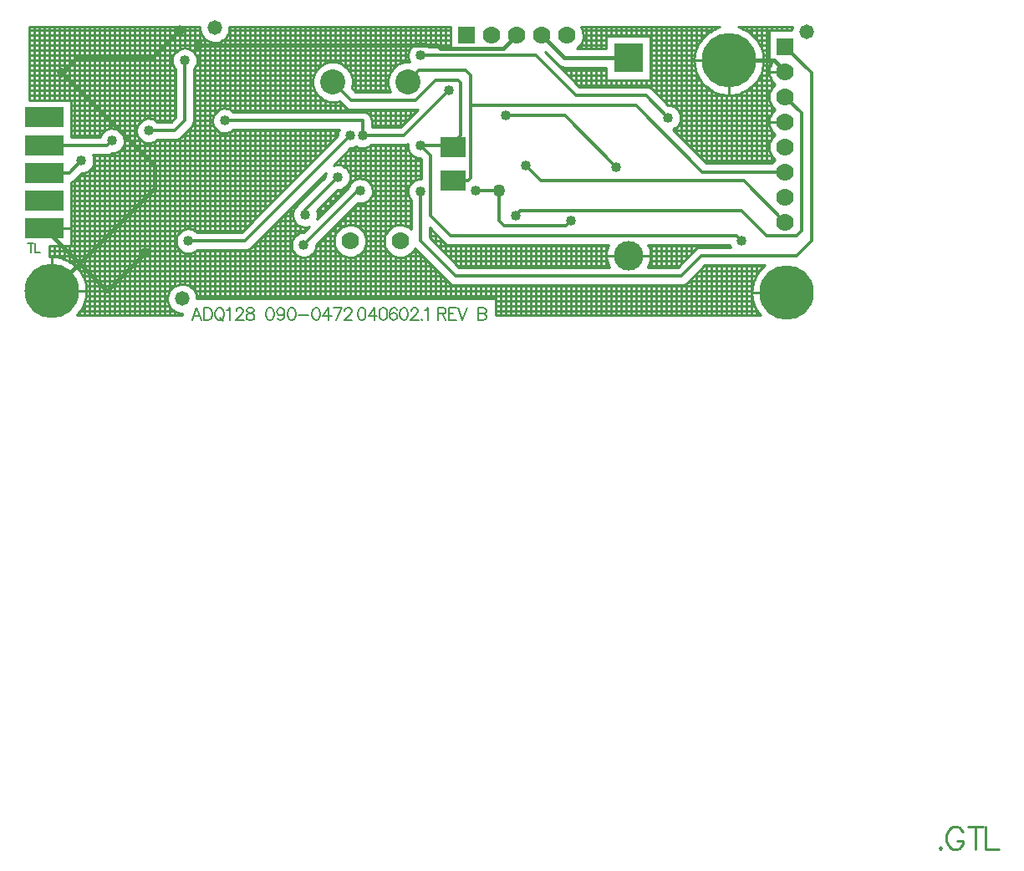
<source format=gtl>
%FSLAX23Y23*%
%MOIN*%
G70*
G01*
G75*
%ADD10C,0.010*%
%ADD11C,0.050*%
%ADD12R,0.157X0.079*%
%ADD13R,0.100X0.080*%
%ADD14C,0.012*%
%ADD15C,0.015*%
%ADD16C,0.008*%
%ADD17C,0.006*%
%ADD18C,0.009*%
%ADD19C,0.070*%
%ADD20R,0.070X0.070*%
%ADD21C,0.217*%
%ADD22C,0.217*%
%ADD23C,0.058*%
%ADD24C,0.100*%
%ADD25C,0.118*%
%ADD26R,0.118X0.118*%
%ADD27C,0.040*%
D10*
X10852Y8785D02*
X10850Y8772D01*
X10769Y8642D02*
X10764Y8633D01*
X10760Y8623D01*
X10759Y8612D01*
X10759Y8602D01*
X10760Y8592D01*
X10764Y8582D01*
X10768Y8572D01*
X10774Y8564D01*
X10782Y8557D01*
X10737Y8652D02*
X10736Y8662D01*
X10735Y8672D01*
X10734Y8681D01*
X10731Y8691D01*
X10728Y8700D01*
X10724Y8710D01*
X10720Y8718D01*
X10715Y8727D01*
X10709Y8735D01*
X10703Y8743D01*
X10696Y8750D01*
X10688Y8757D01*
X10681Y8763D01*
X10672Y8769D01*
X10664Y8774D01*
X10655Y8778D01*
X10646Y8782D01*
X10636Y8785D01*
X10561D02*
X10551Y8782D01*
X10542Y8778D01*
X10533Y8773D01*
X10524Y8768D01*
X10516Y8763D01*
X10508Y8756D01*
X10501Y8750D01*
X10494Y8742D01*
X10488Y8734D01*
X10482Y8726D01*
X10477Y8717D01*
X10472Y8708D01*
X10469Y8699D01*
X10465Y8689D01*
X10463Y8680D01*
X10461Y8670D01*
X10460Y8660D01*
X10460Y8650D01*
X10461Y8640D01*
X10462Y8630D01*
X10464Y8620D01*
X10467Y8610D01*
X10470Y8601D01*
X10474Y8592D01*
X10479Y8583D01*
X10484Y8574D01*
X10490Y8566D01*
X10497Y8558D01*
X10504Y8551D01*
X10511Y8545D01*
X10519Y8539D01*
X10528Y8533D01*
X10536Y8528D01*
X10546Y8524D01*
X10555Y8521D01*
X10565Y8518D01*
X10575Y8516D01*
X10584Y8514D01*
X10595Y8514D01*
X10605Y8514D01*
X10615Y8514D01*
X10625Y8516D01*
X10634Y8518D01*
X10644Y8521D01*
X10653Y8525D01*
X10662Y8529D01*
X10671Y8534D01*
X10679Y8540D01*
X10687Y8546D01*
X10695Y8553D01*
X10702Y8560D01*
X10708Y8568D01*
X10714Y8576D01*
X10719Y8584D01*
X10724Y8593D01*
X10728Y8603D01*
X10731Y8612D01*
X10733Y8622D01*
X10735Y8632D01*
X10736Y8642D01*
X10737Y8652D01*
X10782Y8557D02*
X10775Y8550D01*
X10768Y8541D01*
X10764Y8532D01*
X10760Y8522D01*
X10759Y8512D01*
Y8502D01*
X10760Y8491D01*
X10764Y8482D01*
X10768Y8472D01*
X10775Y8464D01*
X10782Y8457D01*
X10775Y8450D01*
X10768Y8441D01*
X10764Y8432D01*
X10760Y8422D01*
X10759Y8412D01*
Y8402D01*
X10760Y8391D01*
X10764Y8382D01*
X10768Y8372D01*
X10775Y8364D01*
X10782Y8357D01*
Y8257D02*
X10775Y8250D01*
X10769Y8243D01*
X10782Y8357D02*
X10775Y8350D01*
X10768Y8341D01*
X10764Y8332D01*
X10760Y8322D01*
X10759Y8312D01*
Y8302D01*
X10760Y8291D01*
X10764Y8282D01*
X10768Y8272D01*
X10775Y8264D01*
X10782Y8257D01*
X10294Y8537D02*
X10287Y8543D01*
X10278Y8547D01*
X10268Y8548D01*
X10406Y8424D02*
X10406Y8433D01*
X10403Y8443D01*
X10398Y8451D01*
X10392Y8459D01*
X10385Y8465D01*
X10376Y8470D01*
X10367Y8473D01*
X10357Y8474D01*
X10294Y8537D02*
X10286Y8543D01*
X10278Y8547D01*
X10268Y8548D01*
X10374Y8377D02*
X10383Y8382D01*
X10391Y8388D01*
X10398Y8395D01*
X10402Y8404D01*
X10405Y8414D01*
X10406Y8424D01*
X10018Y8752D02*
X10017Y8763D01*
X10014Y8774D01*
X10009Y8785D01*
X9992Y8699D02*
X10000Y8706D01*
X10006Y8714D01*
X10011Y8722D01*
X10015Y8732D01*
X10018Y8742D01*
X10018Y8752D01*
X9917Y8635D02*
X9925Y8629D01*
X9934Y8626D01*
X9943Y8624D01*
X9917Y8635D02*
X9925Y8629D01*
X9934Y8626D01*
X9943Y8624D01*
X9703Y8710D02*
X9706Y8708D01*
X9701D02*
X9703Y8710D01*
X9403Y8708D02*
X9395Y8714D01*
X9386Y8719D01*
X9376Y8721D01*
X9366Y8722D01*
X9356Y8720D01*
X9346Y8717D01*
X9338Y8711D01*
X9330Y8704D01*
X9324Y8696D01*
X9321Y8686D01*
X9319Y8676D01*
X9319Y8666D01*
X9321Y8656D01*
X9325Y8647D01*
X9315Y8647D01*
X9305Y8646D01*
X9295Y8643D01*
X9286Y8640D01*
X9277Y8635D01*
X9268Y8629D01*
X9261Y8622D01*
X9254Y8614D01*
X9249Y8606D01*
X9244Y8597D01*
X9241Y8587D01*
X9239Y8577D01*
X9238Y8567D01*
X9239Y8557D01*
X9241Y8547D01*
X9244Y8537D01*
X9249Y8528D01*
X9348Y8456D02*
X9358Y8457D01*
X9348Y8456D02*
X9358Y8457D01*
X9174Y8412D02*
X9173Y8421D01*
X9170Y8430D01*
X9164Y8437D01*
X9156Y8443D01*
X9148Y8447D01*
X9138Y8448D01*
X9174Y8412D02*
X9173Y8421D01*
X9170Y8430D01*
X9164Y8437D01*
X9156Y8443D01*
X9148Y8447D01*
X9138Y8448D01*
X9303Y8316D02*
X9311Y8317D01*
X9319Y8319D01*
X9319Y8310D01*
X9320Y8301D01*
X9323Y8292D01*
X9327Y8283D01*
X9333Y8276D01*
X9341Y8270D01*
X9349Y8266D01*
X9358Y8263D01*
X9368Y8262D01*
X9303Y8316D02*
X9311Y8317D01*
X9319Y8319D01*
X10601Y7916D02*
X10605Y7908D01*
X10488D02*
X10479Y7907D01*
X10470Y7903D01*
X10463Y7897D01*
X10488Y7908D02*
X10479Y7907D01*
X10470Y7903D01*
X10463Y7897D01*
X10743Y7836D02*
X10736Y7829D01*
X10728Y7822D01*
X10722Y7815D01*
X10715Y7806D01*
X10710Y7798D01*
X10705Y7789D01*
X10701Y7780D01*
X10697Y7770D01*
X10694Y7761D01*
X10692Y7751D01*
X10691Y7741D01*
X10690Y7730D01*
X10690Y7720D01*
X10691Y7710D01*
X10693Y7700D01*
X10695Y7690D01*
X10698Y7681D01*
X10702Y7671D01*
X10706Y7662D01*
X10711Y7653D01*
X10717Y7645D01*
X10724Y7637D01*
X10287Y7874D02*
X10287Y7885D01*
X10285Y7896D01*
X10282Y7906D01*
X10277Y7916D01*
X10120D02*
X10115Y7906D01*
X10112Y7897D01*
X10110Y7887D01*
X10110Y7877D01*
X10110Y7866D01*
X10111Y7856D01*
X10114Y7846D01*
X10118Y7837D01*
X10123Y7828D01*
X10274D02*
X10279Y7836D01*
X10283Y7846D01*
X10285Y7855D01*
X10287Y7865D01*
X10287Y7874D01*
X10408Y7756D02*
X10418Y7757D01*
X10427Y7761D01*
X10434Y7766D01*
X10408Y7756D02*
X10418Y7757D01*
X10426Y7761D01*
X10434Y7766D01*
X9463Y7926D02*
X9470Y7921D01*
X9479Y7917D01*
X9488Y7916D01*
X9463Y7926D02*
X9470Y7921D01*
X9479Y7917D01*
X9488Y7916D01*
X9372Y8180D02*
X9362Y8179D01*
X9353Y8177D01*
X9343Y8173D01*
X9335Y8167D01*
X9328Y8160D01*
X9323Y8151D01*
X9320Y8142D01*
X9319Y8132D01*
X9319Y8122D01*
X9322Y8112D01*
X9326Y8103D01*
X9332Y8095D01*
Y7980D02*
X9325Y7986D01*
X9316Y7991D01*
X9306Y7994D01*
X9296Y7996D01*
X9286Y7997D01*
X9276Y7996D01*
X9266Y7993D01*
X9257Y7989D01*
X9249Y7983D01*
X9241Y7976D01*
X9235Y7968D01*
X9230Y7960D01*
X9226Y7950D01*
X9224Y7940D01*
X9224Y7930D01*
X9225Y7920D01*
X9227Y7910D01*
X9231Y7901D01*
X9237Y7892D01*
X9243Y7885D01*
X9251Y7878D01*
X9260Y7873D01*
X9269Y7870D01*
X9279Y7867D01*
X9289Y7867D01*
X9300Y7868D01*
X9309Y7870D01*
X9319Y7874D01*
X9327Y7880D01*
X9335Y7886D01*
X9341Y7894D01*
X9347Y7903D01*
X9483Y7766D02*
X9490Y7761D01*
X9499Y7757D01*
X9508Y7756D01*
X9483Y7766D02*
X9490Y7761D01*
X9499Y7757D01*
X9508Y7756D01*
X9094Y8542D02*
X9097Y8550D01*
X9098Y8558D01*
X9098Y8567D01*
X9098Y8577D01*
X9096Y8587D01*
X9093Y8596D01*
X9089Y8605D01*
X9083Y8614D01*
X9077Y8622D01*
X9069Y8628D01*
X9061Y8634D01*
X9052Y8639D01*
X9043Y8643D01*
X9033Y8645D01*
X9023Y8647D01*
X9013Y8647D01*
X9003Y8645D01*
X8994Y8643D01*
X8984Y8639D01*
X8976Y8634D01*
X8967Y8628D01*
X8960Y8621D01*
X8954Y8614D01*
X8948Y8605D01*
X8944Y8596D01*
X8941Y8587D01*
X8939Y8577D01*
X8938Y8567D01*
X8939Y8557D01*
X8941Y8547D01*
X8944Y8537D01*
X8949Y8528D01*
X8954Y8520D01*
X8960Y8512D01*
X8968Y8505D01*
X8976Y8499D01*
X8985Y8494D01*
X8994Y8491D01*
X9004Y8488D01*
X9014Y8487D01*
X9024Y8487D01*
X9034Y8488D01*
X9044Y8491D01*
X9113Y8309D02*
X9123Y8304D01*
X9134Y8302D01*
X9145Y8302D01*
X9155Y8305D01*
X9165Y8309D01*
X9173Y8316D01*
X9089Y8302D02*
X9098Y8303D01*
X9106Y8305D01*
X9113Y8309D01*
X9068Y8466D02*
X9075Y8461D01*
X9084Y8457D01*
X9093Y8456D01*
X9068Y8466D02*
X9075Y8461D01*
X9084Y8457D01*
X9093Y8456D01*
X9045Y8376D02*
X9040Y8365D01*
X9039Y8353D01*
X9088Y8187D02*
X9088Y8196D01*
X9085Y8206D01*
X9080Y8214D01*
X9074Y8222D01*
X9067Y8228D01*
X9059Y8232D01*
X9050Y8236D01*
X9040Y8237D01*
X9031Y8236D01*
X9021Y8234D01*
X8992Y8204D02*
X8989Y8196D01*
X8989Y8188D01*
X8607Y8782D02*
X8607Y8785D01*
X8490D02*
X8490Y8775D01*
X8492Y8765D01*
X8495Y8756D01*
X8501Y8747D01*
X8507Y8740D01*
X8515Y8734D01*
X8523Y8729D01*
X8532Y8725D01*
X8542Y8723D01*
X8552Y8723D01*
X8562Y8724D01*
X8571Y8727D01*
X8580Y8732D01*
X8588Y8738D01*
X8595Y8745D01*
X8600Y8753D01*
X8604Y8762D01*
X8607Y8772D01*
X8607Y8782D01*
X8464Y8617D02*
X8470Y8625D01*
X8475Y8633D01*
X8478Y8642D01*
X8478Y8652D01*
X8478Y8662D01*
X8475Y8671D01*
X8470Y8679D01*
X8464Y8687D01*
X8456Y8693D01*
X8448Y8698D01*
X8439Y8701D01*
X8429Y8702D01*
X8419Y8701D01*
X8410Y8698D01*
X8401Y8694D01*
X8394Y8688D01*
X8387Y8680D01*
X8383Y8672D01*
X8380Y8662D01*
X8378Y8653D01*
X8379Y8643D01*
X8382Y8633D01*
X8386Y8625D01*
X8392Y8617D01*
X8454Y8386D02*
X8460Y8394D01*
X8463Y8402D01*
X8464Y8412D01*
X8454Y8386D02*
X8460Y8394D01*
X8463Y8402D01*
X8464Y8412D01*
X8623Y8448D02*
X8615Y8454D01*
X8606Y8459D01*
X8596Y8461D01*
X8586Y8462D01*
X8576Y8460D01*
X8567Y8457D01*
X8558Y8451D01*
X8551Y8444D01*
X8545Y8436D01*
X8541Y8427D01*
X8539Y8417D01*
Y8407D01*
X8541Y8397D01*
X8545Y8387D01*
X8551Y8379D01*
X8558Y8372D01*
X8567Y8367D01*
X8576Y8363D01*
X8586Y8362D01*
X8596Y8362D01*
X8606Y8365D01*
X8615Y8370D01*
X8623Y8376D01*
X8388Y8336D02*
X8398Y8337D01*
X8407Y8341D01*
X8414Y8346D01*
X8320Y8408D02*
X8312Y8414D01*
X8303Y8419D01*
X8293Y8421D01*
X8283Y8422D01*
X8273Y8420D01*
X8264Y8417D01*
X8255Y8411D01*
X8248Y8404D01*
X8242Y8396D01*
X8238Y8387D01*
X8236Y8377D01*
Y8367D01*
X8238Y8357D01*
X8242Y8347D01*
X8248Y8339D01*
X8255Y8332D01*
X8264Y8327D01*
X8273Y8323D01*
X8283Y8322D01*
X8293Y8322D01*
X8303Y8325D01*
X8312Y8330D01*
X8320Y8336D01*
X8388Y8336D02*
X8398Y8337D01*
X8406Y8341D01*
X8414Y8346D01*
X8138Y8282D02*
X8148Y8283D01*
X8158Y8286D01*
X8166Y8290D01*
X8174Y8296D01*
X8180Y8304D01*
X8185Y8313D01*
X8188Y8322D01*
X8188Y8332D01*
X8187Y8342D01*
X8185Y8351D01*
X8180Y8360D01*
X8173Y8368D01*
X8165Y8374D01*
X8156Y8379D01*
X8147Y8381D01*
X8137Y8382D01*
X8127Y8380D01*
X8117Y8377D01*
X8109Y8372D01*
X8101Y8365D01*
X8095Y8357D01*
X8091Y8348D01*
X8118Y8276D02*
X8129Y8277D01*
X8138Y8282D01*
X8118Y8276D02*
X8129Y8277D01*
X8138Y8282D01*
X8067Y8252D02*
X8067Y8260D01*
X8065Y8268D01*
X8061Y8276D01*
X8018Y8202D02*
X8028Y8203D01*
X8037Y8206D01*
X8046Y8211D01*
X8053Y8217D01*
X8059Y8224D01*
X8064Y8233D01*
X8067Y8242D01*
X8067Y8252D01*
X7977Y8167D02*
X7988Y8172D01*
X7997Y8181D01*
X7977Y8167D02*
X7988Y8172D01*
X7997Y8181D01*
X9178Y8132D02*
X9177Y8142D01*
X9174Y8152D01*
X9169Y8161D01*
X9162Y8169D01*
X9154Y8175D01*
X9145Y8179D01*
X9135Y8181D01*
X9124Y8182D01*
X9114Y8180D01*
X9105Y8176D01*
X9096Y8170D01*
X9089Y8163D01*
X9084Y8154D01*
X9080Y8144D01*
X9039Y8137D02*
X9049Y8138D01*
X9058Y8141D01*
X9067Y8146D01*
X9074Y8152D01*
X9080Y8159D01*
X9085Y8168D01*
X9088Y8177D01*
X9088Y8187D01*
X9120Y8083D02*
X9130Y8082D01*
X9139Y8083D01*
X9148Y8086D01*
X9157Y8091D01*
X9164Y8097D01*
X9170Y8104D01*
X9175Y8113D01*
X9178Y8122D01*
X9178Y8132D01*
X8958Y8037D02*
X8958Y8045D01*
X8956Y8053D01*
X8955Y8020D02*
X8958Y8028D01*
X8958Y8037D01*
X8883Y8082D02*
X8879Y8077D01*
X8883Y8082D02*
X8879Y8077D01*
X8871Y8070D01*
X8865Y8062D01*
X8861Y8053D01*
X8859Y8043D01*
X8859Y8032D01*
X8861Y8022D01*
X8864Y8013D01*
X8870Y8005D01*
X8877Y7998D01*
X8886Y7992D01*
X8896Y7989D01*
X8906Y7987D01*
X8916Y7987D01*
X8926Y7990D01*
X9153Y7932D02*
X9153Y7942D01*
X9150Y7951D01*
X9147Y7961D01*
X9142Y7969D01*
X9135Y7977D01*
X9128Y7983D01*
X9120Y7989D01*
X9110Y7993D01*
X9101Y7996D01*
X9091Y7997D01*
X9081Y7996D01*
X9071Y7994D01*
X9062Y7991D01*
X9053Y7986D01*
X9045Y7980D01*
X9038Y7973D01*
X9033Y7965D01*
X9028Y7956D01*
X9025Y7947D01*
X9024Y7937D01*
Y7927D01*
X9025Y7917D01*
X9028Y7908D01*
X9033Y7899D01*
X9038Y7890D01*
X9045Y7883D01*
X9053Y7877D01*
X9062Y7872D01*
X9071Y7869D01*
X9081Y7867D01*
X9091Y7867D01*
X9101Y7868D01*
X9110Y7871D01*
X9120Y7875D01*
X9128Y7880D01*
X9135Y7887D01*
X9142Y7894D01*
X9147Y7903D01*
X9150Y7912D01*
X9153Y7922D01*
X9153Y7932D01*
X8903Y7967D02*
X8893Y7966D01*
X8883Y7962D01*
X8874Y7957D01*
X8867Y7950D01*
X8861Y7942D01*
X8856Y7933D01*
X8854Y7923D01*
X8854Y7913D01*
X8855Y7903D01*
X8859Y7894D01*
X8865Y7885D01*
X8872Y7878D01*
X8880Y7872D01*
X8890Y7869D01*
X8900Y7867D01*
X8910Y7867D01*
X8920Y7870D01*
X8929Y7874D01*
X8937Y7880D01*
X8944Y7887D01*
X8949Y7896D01*
X8952Y7906D01*
X8953Y7916D01*
X8478Y7968D02*
X8470Y7974D01*
X8461Y7979D01*
X8451Y7981D01*
X8441Y7982D01*
X8431Y7980D01*
X8422Y7977D01*
X8413Y7971D01*
X8406Y7964D01*
X8400Y7956D01*
X8396Y7947D01*
X8394Y7937D01*
Y7927D01*
X8396Y7917D01*
X8400Y7907D01*
X8406Y7899D01*
X8413Y7892D01*
X8422Y7887D01*
X8431Y7883D01*
X8441Y7882D01*
X8451Y7882D01*
X8461Y7885D01*
X8470Y7890D01*
X8478Y7896D01*
X8668Y7896D02*
X8678Y7897D01*
X8687Y7901D01*
X8694Y7906D01*
X8668Y7896D02*
X8678Y7897D01*
X8686Y7901D01*
X8694Y7906D01*
X8477Y7703D02*
X8476Y7713D01*
X8474Y7722D01*
X8470Y7731D01*
X8464Y7739D01*
X8457Y7747D01*
X8449Y7752D01*
X8440Y7757D01*
X8430Y7760D01*
X8420Y7761D01*
X8411Y7760D01*
X8401Y7758D01*
X8392Y7754D01*
X8383Y7749D01*
X8376Y7742D01*
X8370Y7735D01*
X8365Y7726D01*
X8361Y7717D01*
X8360Y7707D01*
X8360Y7697D01*
X8361Y7687D01*
X8365Y7678D01*
X8370Y7669D01*
X8376Y7661D01*
X8383Y7655D01*
X8392Y7649D01*
X8401Y7646D01*
X8411Y7643D01*
X8420Y7643D01*
X7999Y7637D02*
X8006Y7645D01*
X8012Y7653D01*
X8018Y7662D01*
X8023Y7671D01*
X8027Y7681D01*
X8030Y7691D01*
X8033Y7701D01*
X8035Y7711D01*
X8036Y7721D01*
X8037Y7732D01*
Y7732D02*
X8036Y7742D01*
X8035Y7752D01*
X8034Y7761D01*
X8031Y7771D01*
X8028Y7780D01*
X8024Y7789D01*
X8020Y7798D01*
X8015Y7807D01*
X8009Y7815D01*
X8003Y7822D01*
X7996Y7830D01*
X7989Y7836D01*
X7981Y7843D01*
X7973Y7848D01*
X7965Y7853D01*
X7956Y7858D01*
X7947Y7861D01*
X7937Y7865D01*
X7928Y7867D01*
X7918Y7869D01*
X7908Y7870D01*
X7898Y7870D01*
X7888Y7870D01*
X10848Y8772D02*
Y8785D01*
X10636D02*
X10852D01*
X10828Y8772D02*
Y8785D01*
X10808Y8772D02*
Y8785D01*
X10758Y8772D02*
X10850D01*
X10758D02*
X10850D01*
X10788D02*
Y8785D01*
X10768Y8772D02*
Y8785D01*
X10668Y8771D02*
Y8785D01*
X10688Y8757D02*
Y8785D01*
X10667Y8772D02*
X10758D01*
X10694Y8752D02*
X10758D01*
X10648Y8781D02*
Y8785D01*
X10731Y8692D02*
X10758D01*
X10735Y8672D02*
X10758D01*
X10711Y8732D02*
X10758D01*
X10723Y8712D02*
X10758D01*
Y8642D02*
X10769D01*
X10735Y8632D02*
X10763D01*
X10728Y8699D02*
Y8785D01*
X10748Y8243D02*
Y8785D01*
X10708Y8736D02*
Y8785D01*
X10737Y8652D02*
X10758D01*
Y8642D02*
Y8772D01*
X10731Y8612D02*
X10759D01*
X10548Y8781D02*
Y8785D01*
X10528Y8771D02*
Y8785D01*
X10009D02*
X10561D01*
X10508Y8757D02*
Y8785D01*
X10598Y8652D02*
X10732D01*
X10465D02*
X10598D01*
X10015Y8772D02*
X10530D01*
X10488Y8736D02*
Y8785D01*
X10468Y8699D02*
Y8785D01*
X10018Y8752D02*
X10503D01*
X10287Y8732D02*
X10486D01*
X10287Y8712D02*
X10474D01*
X10287Y8692D02*
X10466D01*
X10287Y8672D02*
X10462D01*
X10598Y8519D02*
Y8652D01*
X10428Y8323D02*
Y8785D01*
X10448Y8303D02*
Y8785D01*
X10287Y8652D02*
X10460D01*
X10287Y8632D02*
X10462D01*
X10287Y8612D02*
X10466D01*
X10388Y8462D02*
Y8785D01*
X10408Y8343D02*
Y8785D01*
X10368Y8472D02*
Y8785D01*
X10328Y8503D02*
Y8785D01*
X10348Y8483D02*
Y8785D01*
X10308Y8523D02*
Y8785D01*
X10763Y8607D02*
X10823D01*
X10694Y8552D02*
X10777D01*
X10763Y8407D02*
X10823D01*
X10723Y8592D02*
X10760D01*
X10768Y8541D02*
Y8572D01*
X10711Y8572D02*
X10769D01*
X10667Y8532D02*
X10763D01*
X10768Y8441D02*
Y8472D01*
Y8341D02*
Y8372D01*
Y8243D02*
Y8272D01*
X10728Y8243D02*
Y8605D01*
X10708Y8243D02*
Y8568D01*
X10688Y8243D02*
Y8547D01*
X10668Y8243D02*
Y8533D01*
X10648Y8243D02*
Y8523D01*
X10628Y8243D02*
Y8517D01*
X10508Y8243D02*
X10769D01*
X10548D02*
Y8523D01*
X10528Y8243D02*
Y8533D01*
X10508Y8243D02*
Y8547D01*
X10608Y8243D02*
Y8514D01*
X10588Y8243D02*
Y8514D01*
X10568Y8243D02*
Y8517D01*
X10339Y8492D02*
X10760D01*
X10370Y8472D02*
X10769D01*
X10299Y8532D02*
X10530D01*
X10319Y8512D02*
X10759D01*
X10406Y8432D02*
X10763D01*
X10405Y8412D02*
X10759D01*
X10398Y8452D02*
X10777D01*
X10287Y8592D02*
X10474D01*
X9979Y8572D02*
X10486D01*
X9999Y8552D02*
X10503D01*
X10294Y8537D02*
X10357Y8474D01*
X10399Y8352D02*
X10777D01*
X10419Y8332D02*
X10763D01*
X10395Y8392D02*
X10760D01*
X10379Y8372D02*
X10769D01*
X10479Y8272D02*
X10769D01*
X10499Y8252D02*
X10777D01*
X10459Y8292D02*
X10760D01*
X10468Y8283D02*
Y8605D01*
X10488Y8263D02*
Y8568D01*
X10388Y8363D02*
Y8385D01*
X10439Y8312D02*
X10759D01*
X10374Y8377D02*
X10508Y8243D01*
X10268Y8751D02*
Y8785D01*
X10248Y8751D02*
Y8785D01*
X10228Y8751D02*
Y8785D01*
X10208Y8751D02*
Y8785D01*
X10188Y8751D02*
Y8785D01*
X10168Y8751D02*
Y8785D01*
X10109Y8751D02*
X10287D01*
X10148D02*
Y8785D01*
X10128Y8751D02*
Y8785D01*
X10108Y8699D02*
Y8785D01*
X10015Y8732D02*
X10109D01*
Y8699D02*
Y8751D01*
X10005Y8712D02*
X10109D01*
X10088Y8699D02*
Y8785D01*
X10288Y8542D02*
Y8785D01*
X10068Y8699D02*
Y8785D01*
X10048Y8699D02*
Y8785D01*
X10028Y8699D02*
Y8785D01*
X10287Y8573D02*
Y8751D01*
X9992Y8699D02*
X10109D01*
X10008D02*
Y8717D01*
X9865Y8688D02*
X9917Y8635D01*
X9928Y8623D02*
Y8627D01*
X9488Y8708D02*
Y8785D01*
X9398Y8712D02*
X9488D01*
Y8708D02*
Y8785D01*
X9701Y8708D02*
X9706D01*
X9403D02*
X9488D01*
X9468D02*
Y8785D01*
X9448Y8708D02*
Y8785D01*
X9428Y8708D02*
Y8785D01*
X9408Y8708D02*
Y8785D01*
X9368Y8722D02*
Y8785D01*
X9388Y8718D02*
Y8785D01*
X9348Y8718D02*
Y8785D01*
X9328Y8702D02*
Y8785D01*
X9308Y8646D02*
Y8785D01*
X9288Y8641D02*
Y8785D01*
X9268Y8629D02*
Y8785D01*
X9864Y8688D02*
X10003Y8548D01*
X9248Y8606D02*
Y8785D01*
X9228Y8528D02*
Y8785D01*
X9208Y8528D02*
Y8785D01*
X9188Y8528D02*
Y8785D01*
X9168Y8528D02*
Y8785D01*
X9148Y8528D02*
Y8785D01*
X10268Y8548D02*
Y8573D01*
X10248Y8548D02*
Y8573D01*
X10109D02*
X10287D01*
X10228Y8548D02*
Y8573D01*
X10208Y8548D02*
Y8573D01*
X10188Y8548D02*
Y8573D01*
X10168Y8548D02*
Y8573D01*
X10109D02*
Y8624D01*
X9988Y8563D02*
Y8624D01*
X9943D02*
X10109D01*
X9968Y8583D02*
Y8624D01*
X9948Y8603D02*
Y8624D01*
X9959Y8592D02*
X10109D01*
X9939Y8612D02*
X10109D01*
X10108Y8548D02*
Y8624D01*
X10088Y8548D02*
Y8624D01*
X10068Y8548D02*
Y8624D01*
X10048Y8548D02*
Y8624D01*
X10148Y8548D02*
Y8573D01*
X10128Y8548D02*
Y8573D01*
X10003Y8548D02*
X10268D01*
X10028D02*
Y8624D01*
X10008Y8548D02*
Y8624D01*
X9368Y8262D02*
X9372Y8257D01*
Y8180D02*
Y8257D01*
X9368Y8180D02*
Y8261D01*
X9348Y8448D02*
Y8456D01*
X9328Y8428D02*
Y8456D01*
X9289Y8388D02*
X9358Y8457D01*
X9174Y8412D02*
X9313D01*
X9308Y8408D02*
Y8456D01*
X9168Y8432D02*
X9333D01*
X9288Y8388D02*
Y8456D01*
X9268Y8388D02*
Y8456D01*
X9148Y8446D02*
Y8456D01*
X9168Y8432D02*
Y8456D01*
X9174Y8392D02*
X9293D01*
X9174Y8388D02*
X9289D01*
X9173Y8316D02*
X9303D01*
X9348Y8176D02*
Y8266D01*
X9168Y8312D02*
X9318D01*
X9248Y8388D02*
Y8456D01*
X9228Y8388D02*
Y8456D01*
X9208Y8388D02*
Y8456D01*
X9188Y8388D02*
Y8456D01*
X9174Y8388D02*
Y8412D01*
X9128Y8182D02*
Y8303D01*
X10588Y7908D02*
Y7916D01*
X10568Y7908D02*
Y7916D01*
X10548Y7908D02*
Y7916D01*
X10528Y7908D02*
Y7916D01*
X10508Y7908D02*
Y7916D01*
X10488Y7908D02*
X10605D01*
X10488D02*
Y7916D01*
X10468Y7902D02*
Y7916D01*
X10448Y7883D02*
Y7916D01*
X10428Y7863D02*
Y7916D01*
X10408Y7843D02*
Y7916D01*
X10728Y7822D02*
Y7836D01*
X10708Y7795D02*
Y7836D01*
X10503D02*
X10743D01*
X10688Y7637D02*
Y7836D01*
X10668Y7637D02*
Y7836D01*
X10648Y7637D02*
Y7836D01*
X10388Y7828D02*
Y7916D01*
X10368Y7828D02*
Y7916D01*
X10348Y7828D02*
Y7916D01*
X10394Y7828D02*
X10463Y7897D01*
X10328Y7828D02*
Y7916D01*
X10308Y7828D02*
Y7916D01*
X10279Y7912D02*
X10603D01*
X10288Y7828D02*
Y7916D01*
X10277D02*
X10601D01*
X10286Y7892D02*
X10458D01*
X10287Y7872D02*
X10438D01*
X10285Y7852D02*
X10418D01*
X9488Y7916D02*
X10120D01*
X10198Y7874D02*
X10282D01*
X9439Y7912D02*
X10118D01*
X9459Y7892D02*
X10111D01*
X10114Y7874D02*
X10198D01*
X9499Y7852D02*
X10112D01*
X9479Y7872D02*
X10110D01*
X10108Y7828D02*
Y7916D01*
X10088Y7828D02*
Y7916D01*
X10068Y7828D02*
Y7916D01*
X10048Y7828D02*
Y7916D01*
X10028Y7828D02*
Y7916D01*
X10008Y7828D02*
Y7916D01*
X9988Y7828D02*
Y7916D01*
X9968Y7828D02*
Y7916D01*
X9948Y7828D02*
Y7916D01*
X9928Y7828D02*
Y7916D01*
X9908Y7828D02*
Y7916D01*
X10499Y7832D02*
X10739D01*
X10628Y7637D02*
Y7836D01*
X10479Y7812D02*
X10719D01*
X10459Y7792D02*
X10706D01*
X10695Y7727D02*
X10828D01*
X10708Y7637D02*
Y7658D01*
X10439Y7772D02*
X10698D01*
X10608Y7637D02*
Y7836D01*
X10588Y7637D02*
Y7836D01*
X10568Y7637D02*
Y7836D01*
X10548Y7637D02*
Y7836D01*
X10434Y7766D02*
X10503Y7836D01*
X10528Y7637D02*
Y7836D01*
X10508Y7637D02*
Y7836D01*
X10488Y7637D02*
Y7821D01*
X10468Y7637D02*
Y7801D01*
X10448Y7637D02*
Y7781D01*
X10428Y7637D02*
Y7762D01*
X10408Y7637D02*
Y7756D01*
X10388Y7637D02*
Y7756D01*
X10368Y7637D02*
Y7756D01*
X10348Y7637D02*
Y7756D01*
X10328Y7637D02*
Y7756D01*
X10308Y7637D02*
Y7756D01*
X10288Y7637D02*
Y7756D01*
X10277Y7832D02*
X10398D01*
X10274Y7828D02*
X10394D01*
X9508Y7756D02*
X10408D01*
X10268Y7637D02*
Y7756D01*
X9669Y7692D02*
X10695D01*
X9669Y7672D02*
X10702D01*
X9669Y7652D02*
X10712D01*
X10248Y7637D02*
Y7756D01*
X10228Y7637D02*
Y7756D01*
X9519Y7832D02*
X10120D01*
X9523Y7828D02*
X10123D01*
X10208Y7637D02*
Y7756D01*
X10188Y7637D02*
Y7756D01*
X10168Y7637D02*
Y7756D01*
X10148Y7637D02*
Y7756D01*
X10128Y7637D02*
Y7756D01*
X10108Y7637D02*
Y7756D01*
X10088Y7637D02*
Y7756D01*
X10068Y7637D02*
Y7756D01*
X10048Y7637D02*
Y7756D01*
X9669Y7637D02*
X10724D01*
X10028D02*
Y7756D01*
X10008Y7637D02*
Y7756D01*
X9988Y7637D02*
Y7756D01*
X9968Y7637D02*
Y7756D01*
X9948Y7637D02*
Y7756D01*
X9928Y7637D02*
Y7756D01*
X9468Y7883D02*
Y7922D01*
X9404Y7985D02*
X9463Y7926D01*
X9888Y7828D02*
Y7916D01*
X9868Y7828D02*
Y7916D01*
X9848Y7828D02*
Y7916D01*
X9408Y7943D02*
Y7981D01*
X9428Y7923D02*
Y7961D01*
X9404Y7972D02*
X9418D01*
X9404Y7947D02*
Y7985D01*
X9419Y7932D02*
X9458D01*
X9448Y7903D02*
Y7941D01*
X9404Y7952D02*
X9438D01*
X9828Y7828D02*
Y7916D01*
X9808Y7828D02*
Y7916D01*
X9788Y7828D02*
Y7916D01*
X9768Y7828D02*
Y7916D01*
X9748Y7828D02*
Y7916D01*
X9728Y7828D02*
Y7916D01*
X9708Y7828D02*
Y7916D01*
X9688Y7828D02*
Y7916D01*
X9668Y7828D02*
Y7916D01*
X9648Y7828D02*
Y7916D01*
X9628Y7828D02*
Y7916D01*
X9608Y7828D02*
Y7916D01*
X9588Y7828D02*
Y7916D01*
X9328Y8160D02*
Y8282D01*
X9158Y8172D02*
X9341D01*
X9174Y8152D02*
X9324D01*
X9313Y7992D02*
X9332D01*
X9328Y7983D02*
Y8100D01*
X9158Y8092D02*
X9332D01*
X9288Y7997D02*
Y8316D01*
X9308Y7994D02*
Y8316D01*
X9168Y8162D02*
Y8312D01*
X9268Y7994D02*
Y8316D01*
X9178Y8132D02*
X9319D01*
X9174Y8112D02*
X9322D01*
X9148Y8178D02*
Y8303D01*
X9248Y7983D02*
Y8316D01*
X9332Y7980D02*
Y8095D01*
X9228Y7957D02*
Y8316D01*
X9150Y7952D02*
X9227D01*
X9404Y7947D02*
X9523Y7828D01*
X9140Y7972D02*
X9237D01*
X9208Y7703D02*
Y8316D01*
X9188Y7703D02*
Y8316D01*
X9168Y7703D02*
Y8102D01*
X9148Y7957D02*
Y8086D01*
X9153Y7932D02*
X9223D01*
X9128Y7983D02*
Y8082D01*
X9668Y7703D02*
Y7756D01*
X9648Y7703D02*
Y7756D01*
X9568Y7828D02*
Y7916D01*
X9628Y7703D02*
Y7756D01*
X9608Y7703D02*
Y7756D01*
X9588Y7703D02*
Y7756D01*
X9568Y7703D02*
Y7756D01*
X9548Y7828D02*
Y7916D01*
X9528Y7828D02*
Y7916D01*
X9488Y7863D02*
Y7916D01*
X9508Y7843D02*
Y7916D01*
X9548Y7703D02*
Y7756D01*
X9528Y7703D02*
Y7756D01*
X9508Y7703D02*
Y7756D01*
X9908Y7637D02*
Y7756D01*
X9888Y7637D02*
Y7756D01*
X9868Y7637D02*
Y7756D01*
X9848Y7637D02*
Y7756D01*
X9828Y7637D02*
Y7756D01*
X9808Y7637D02*
Y7756D01*
X9788Y7637D02*
Y7756D01*
X9768Y7637D02*
Y7756D01*
X9748Y7637D02*
Y7756D01*
X9728Y7637D02*
Y7756D01*
X9708Y7637D02*
Y7756D01*
X9688Y7637D02*
Y7756D01*
X9669Y7637D02*
Y7703D01*
X9468D02*
Y7781D01*
X9347Y7903D02*
X9483Y7766D01*
X9448Y7703D02*
Y7801D01*
X9488Y7703D02*
Y7762D01*
X9437Y7703D02*
X9669D01*
X9340Y7892D02*
X9358D01*
X9313Y7872D02*
X9378D01*
X9150Y7912D02*
X9227D01*
X9140Y7892D02*
X9237D01*
X9428Y7703D02*
Y7821D01*
X9408Y7703D02*
Y7841D01*
X9400Y7703D02*
X9437D01*
X9368D02*
Y7881D01*
X9348Y7703D02*
Y7901D01*
X9328Y7703D02*
Y7881D01*
X9308Y7703D02*
Y7870D01*
X9400Y7703D02*
X9437D01*
X9388D02*
Y7861D01*
X9135Y7703D02*
X9400D01*
X9248D02*
Y7881D01*
X9228Y7703D02*
Y7907D01*
X9148Y7703D02*
Y7907D01*
X9288Y7703D02*
Y7867D01*
X9268Y7703D02*
Y7870D01*
X9128Y7703D02*
Y7881D01*
X9088Y8606D02*
Y8785D01*
X9094Y8592D02*
X9243D01*
X9065Y8632D02*
X9272D01*
X9085Y8612D02*
X9252D01*
X9098Y8572D02*
X9239D01*
X9097Y8552D02*
X9240D01*
X9048Y8641D02*
Y8785D01*
X9068Y8629D02*
Y8785D01*
X9028Y8646D02*
Y8785D01*
X9008Y8646D02*
Y8785D01*
X8988Y8641D02*
Y8785D01*
X8968Y8629D02*
Y8785D01*
X8948Y8606D02*
Y8785D01*
X9128Y8528D02*
Y8785D01*
X9108Y8528D02*
Y8785D01*
X9094Y8542D02*
X9108Y8528D01*
X9104Y8532D02*
X9247D01*
X9108Y8528D02*
X9249D01*
X9044Y8491D02*
X9068Y8466D01*
X8988Y8448D02*
Y8493D01*
X8968Y8448D02*
Y8504D01*
X8948Y8448D02*
Y8528D01*
X9048Y8448D02*
Y8486D01*
X9028Y8448D02*
Y8487D01*
X9008Y8448D02*
Y8487D01*
X8607Y8785D02*
X9488D01*
X8607Y8772D02*
X9488D01*
X8599Y8752D02*
X9488D01*
X8580Y8732D02*
X9488D01*
X8458Y8692D02*
X9323D01*
X8478Y8652D02*
X9323D01*
X7808Y8712D02*
X9338D01*
X8474Y8672D02*
X9318D01*
X8474Y8632D02*
X8972D01*
X8464Y8612D02*
X8952D01*
X8464Y8592D02*
X8943D01*
X8464Y8572D02*
X8939D01*
X8464Y8552D02*
X8940D01*
X8464Y8532D02*
X8947D01*
X8928Y8448D02*
Y8785D01*
X8908Y8448D02*
Y8785D01*
X8888Y8448D02*
Y8785D01*
X8868Y8448D02*
Y8785D01*
X8464Y8512D02*
X8960D01*
X8464Y8492D02*
X8991D01*
X8464Y8472D02*
X9063D01*
X8848Y8448D02*
Y8785D01*
X8828Y8448D02*
Y8785D01*
X8808Y8448D02*
Y8785D01*
X8788Y8448D02*
Y8785D01*
X8768Y8448D02*
Y8785D01*
X8748Y8448D02*
Y8785D01*
X9128Y8448D02*
Y8456D01*
X9093D02*
X9348D01*
X9108Y8448D02*
Y8456D01*
X9079Y8292D02*
X9323D01*
X9059Y8272D02*
X9338D01*
X9088Y8448D02*
Y8456D01*
X9068Y8448D02*
Y8466D01*
X9028Y8343D02*
Y8376D01*
X9008Y8323D02*
Y8376D01*
X9060Y8232D02*
X9372D01*
X9108Y8178D02*
Y8306D01*
X9039Y8252D02*
X9372D01*
X9021Y8234D02*
X9089Y8302D01*
X9088Y8192D02*
X9372D01*
X9086Y8172D02*
X9098D01*
X9082Y8212D02*
X9372D01*
X9068Y8227D02*
Y8281D01*
X9088Y8187D02*
Y8301D01*
X9048Y8236D02*
Y8261D01*
X9028Y8236D02*
Y8241D01*
X9088Y8162D02*
Y8187D01*
X8623Y8448D02*
X9138D01*
X8623Y8376D02*
X9045D01*
X8618Y8452D02*
X9353D01*
X8618Y8372D02*
X9043D01*
X8419Y8352D02*
X9038D01*
X8315Y8332D02*
X9018D01*
X8184Y8312D02*
X8998D01*
X8988Y8303D02*
Y8376D01*
X8968Y8283D02*
Y8376D01*
X8948Y8263D02*
Y8376D01*
X8928Y8243D02*
Y8376D01*
X8168Y8292D02*
X8978D01*
X8067Y8252D02*
X8938D01*
X8063Y8272D02*
X8958D01*
X8988Y8188D02*
Y8201D01*
X8063Y8232D02*
X8918D01*
X8908Y8223D02*
Y8376D01*
X8979Y8192D02*
X8989D01*
X8968Y8168D02*
Y8181D01*
X8959Y8172D02*
X8973D01*
X8888Y8203D02*
Y8376D01*
X8868Y8183D02*
Y8376D01*
X8848Y8163D02*
Y8376D01*
X8047Y8212D02*
X8898D01*
X8008Y8192D02*
X8878D01*
X7988Y8172D02*
X8858D01*
X8728Y8448D02*
Y8785D01*
X8708Y8448D02*
Y8785D01*
X8588Y8462D02*
Y8738D01*
X8608Y8458D02*
Y8785D01*
X8568Y8458D02*
Y8726D01*
X8448Y8698D02*
Y8785D01*
X8468Y8682D02*
Y8785D01*
X8428Y8702D02*
Y8785D01*
X8408Y8698D02*
Y8785D01*
X8388Y8682D02*
Y8785D01*
X8688Y8448D02*
Y8785D01*
X8668Y8448D02*
Y8785D01*
X8648Y8448D02*
Y8785D01*
X8628Y8448D02*
Y8785D01*
X8548Y8442D02*
Y8723D01*
X8368Y8408D02*
Y8785D01*
X8348Y8408D02*
Y8785D01*
X8308Y8416D02*
Y8785D01*
X8328Y8408D02*
Y8785D01*
X8288Y8422D02*
Y8785D01*
X8268Y8419D02*
Y8785D01*
X8248Y8405D02*
Y8785D01*
X8188Y8332D02*
Y8785D01*
X7808D02*
X8490D01*
X7808Y8772D02*
X8490D01*
X7808Y8752D02*
X8498D01*
X7808Y8732D02*
X8517D01*
X7808Y8692D02*
X8398D01*
X7808Y8672D02*
X8383D01*
X7808Y8652D02*
X8378D01*
X7968Y8494D02*
Y8785D01*
X7948Y8494D02*
Y8785D01*
X7928Y8494D02*
Y8785D01*
X7908Y8494D02*
Y8785D01*
X7888Y8494D02*
Y8785D01*
X7868Y8494D02*
Y8785D01*
X7848Y8494D02*
Y8785D01*
X8148Y8381D02*
Y8785D01*
X8168Y8372D02*
Y8785D01*
X8128Y8381D02*
Y8785D01*
X8108Y8372D02*
Y8785D01*
X8088Y8348D02*
Y8785D01*
X8068Y8348D02*
Y8785D01*
X8048Y8348D02*
Y8785D01*
X8028Y8348D02*
Y8785D01*
X8008Y8348D02*
Y8785D01*
X7988Y8348D02*
Y8785D01*
X7828Y8494D02*
Y8785D01*
X7808Y8494D02*
Y8785D01*
Y8494D02*
Y8785D01*
X8464Y8452D02*
X8558D01*
X8464Y8412D02*
Y8617D01*
Y8432D02*
X8543D01*
X8464Y8412D02*
X8538D01*
X8458Y8392D02*
X8543D01*
X8439Y8372D02*
X8558D01*
X8392Y8427D02*
Y8617D01*
X8388Y8423D02*
Y8622D01*
X8374Y8408D02*
X8392Y8427D01*
X8315Y8412D02*
X8378D01*
X8320Y8408D02*
X8374D01*
X8168Y8372D02*
X8235D01*
X8414Y8346D02*
X8454Y8386D01*
X8320Y8336D02*
X8388D01*
X8188Y8332D02*
X8255D01*
X8184Y8352D02*
X8240D01*
X8061Y8276D02*
X8118D01*
X7808Y8612D02*
X8392D01*
X7808Y8592D02*
X8392D01*
X7808Y8572D02*
X8392D01*
X7808Y8552D02*
X8392D01*
X7808Y8532D02*
X8392D01*
X7977Y8492D02*
X8392D01*
X7808Y8512D02*
X8392D01*
X7977Y8472D02*
X8392D01*
X7977Y8452D02*
X8392D01*
X7808Y8632D02*
X8383D01*
X7808Y8494D02*
X7977D01*
Y8432D02*
X8392D01*
X7977Y8412D02*
X8255D01*
X7977Y8392D02*
X8240D01*
X7977Y8372D02*
X8108D01*
X7977Y8352D02*
X8093D01*
X7977Y8348D02*
X8091D01*
X7997Y8181D02*
X8018Y8202D01*
X7977Y8382D02*
Y8494D01*
Y8355D02*
Y8382D01*
Y8355D02*
Y8382D01*
Y8348D02*
Y8355D01*
Y8163D02*
Y8167D01*
X9074Y8152D02*
X9083D01*
X9068Y8133D02*
Y8147D01*
X9109Y8072D02*
X9332D01*
X9034Y8132D02*
X9068D01*
X9048Y8113D02*
Y8138D01*
X9028Y8093D02*
Y8126D01*
X9014Y8112D02*
X9048D01*
X8956Y8053D02*
X9039Y8137D01*
X8994Y8092D02*
X9028D01*
X9008Y8073D02*
Y8106D01*
X8974Y8072D02*
X9008D01*
X9089Y8052D02*
X9332D01*
X9108Y7994D02*
Y8071D01*
X8955Y8020D02*
X9080Y8144D01*
X8953Y7916D02*
X9120Y8083D01*
X9069Y8032D02*
X9332D01*
X9088Y7997D02*
Y8051D01*
X9068Y7994D02*
Y8031D01*
X8988Y8053D02*
Y8086D01*
X8968Y8033D02*
Y8066D01*
X8956Y8052D02*
X8988D01*
X8958Y8032D02*
X8968D01*
X8939Y8152D02*
X8953D01*
X8948Y8148D02*
Y8161D01*
X8919Y8132D02*
X8933D01*
X8928Y8128D02*
Y8141D01*
X8899Y8112D02*
X8913D01*
X8908Y8108D02*
Y8121D01*
X8879Y8092D02*
X8893D01*
X8828Y8143D02*
Y8376D01*
X8808Y8123D02*
Y8376D01*
X7977Y8152D02*
X8838D01*
X8788Y8103D02*
Y8376D01*
X7977Y8132D02*
X8818D01*
X7977Y8112D02*
X8798D01*
X7977Y8092D02*
X8778D01*
X8888Y8088D02*
Y8101D01*
X8883Y8082D02*
X8989Y8188D01*
X8654Y7968D02*
X9039Y8353D01*
X8694Y7906D02*
X8992Y8204D01*
X8859Y8072D02*
X8873D01*
X8868Y8067D02*
Y8081D01*
X8768Y8083D02*
Y8376D01*
X8839Y8052D02*
X8861D01*
X8848Y7703D02*
Y8061D01*
X8828Y7703D02*
Y8041D01*
X9049Y8012D02*
X9332D01*
X9113Y7992D02*
X9263D01*
X9048Y7983D02*
Y8011D01*
X9029Y7992D02*
X9063D01*
X9113Y7872D02*
X9263D01*
X8925D02*
X9063D01*
X9009Y7972D02*
X9037D01*
X9028Y7957D02*
Y7991D01*
X8908Y7973D02*
Y7987D01*
X8989Y7952D02*
X9027D01*
X8969Y7932D02*
X9023D01*
X8953Y7912D02*
X9027D01*
X8947Y7892D02*
X9037D01*
X9108Y7703D02*
Y7870D01*
X9068Y7703D02*
Y7870D01*
X9048Y7703D02*
Y7881D01*
X9028Y7703D02*
Y7907D01*
X9088Y7703D02*
Y7867D01*
X9080Y7703D02*
X9135D01*
X9080D02*
X9135D01*
X9008D02*
Y7971D01*
X8988Y7703D02*
Y7951D01*
X8968Y7703D02*
Y7931D01*
X8948Y7703D02*
Y7895D01*
X8928Y7703D02*
Y7874D01*
X8908Y7703D02*
Y7867D01*
X8903Y7967D02*
X8926Y7990D01*
X8888Y7965D02*
Y7991D01*
X8779Y7992D02*
X8887D01*
X8759Y7972D02*
X8908D01*
X7967Y7852D02*
X9398D01*
X7888Y7872D02*
X8882D01*
X8819Y8032D02*
X8859D01*
X8868Y7953D02*
Y8007D01*
X8799Y8012D02*
X8865D01*
X8739Y7952D02*
X8868D01*
X8719Y7932D02*
X8856D01*
X8699Y7912D02*
X8854D01*
X8473Y7892D02*
X8860D01*
X8023Y7792D02*
X9458D01*
X8031Y7772D02*
X9478D01*
X7994Y7832D02*
X9418D01*
X8011Y7812D02*
X9438D01*
X8469Y7732D02*
X10690D01*
X8477Y7712D02*
X10691D01*
X8450Y7752D02*
X10693D01*
X8808Y7703D02*
Y8021D01*
X8788Y7703D02*
Y8001D01*
X8768Y7703D02*
Y7981D01*
X8888Y7703D02*
Y7869D01*
X8868Y7703D02*
Y7881D01*
X8745Y7703D02*
X9080D01*
X8748Y8063D02*
Y8376D01*
X8728Y8043D02*
Y8376D01*
X8708Y8023D02*
Y8376D01*
X8688Y8003D02*
Y8376D01*
X8668Y7983D02*
Y8376D01*
X8648Y7968D02*
Y8376D01*
X8473Y7972D02*
X8658D01*
X8628Y7968D02*
Y8376D01*
X8608Y7968D02*
Y8366D01*
X8448Y7982D02*
Y8381D01*
X8468Y7975D02*
Y8622D01*
X8588Y7968D02*
Y8362D01*
X8568Y7968D02*
Y8366D01*
X8428Y7980D02*
Y8361D01*
X8548Y7968D02*
Y8382D01*
X8528Y7968D02*
Y8726D01*
X8508Y7968D02*
Y8738D01*
X8488Y7968D02*
Y8785D01*
X8408Y7968D02*
Y8342D01*
X8388Y7753D02*
Y8336D01*
X8368Y7733D02*
Y8336D01*
X8348Y7637D02*
Y8336D01*
X8328Y7637D02*
Y8336D01*
X8308Y7637D02*
Y8327D01*
X8288Y7637D02*
Y8322D01*
X8268Y7637D02*
Y8325D01*
X7977Y8072D02*
X8758D01*
X7988Y7837D02*
Y8172D01*
X7977Y8052D02*
X8738D01*
X7977Y8032D02*
X8718D01*
X7977Y8012D02*
X8698D01*
X7977Y7992D02*
X8678D01*
X7977Y7972D02*
X8413D01*
X7977Y8133D02*
Y8163D01*
Y8133D02*
Y8163D01*
Y8051D02*
Y8133D01*
Y8025D02*
Y8051D01*
Y8025D02*
Y8051D01*
Y7912D02*
Y8025D01*
X7868Y7982D02*
X7972D01*
X8248Y7637D02*
Y8338D01*
X8228Y7637D02*
Y8785D01*
X8208Y7637D02*
Y8785D01*
X8188Y7637D02*
Y8332D01*
X8168Y7637D02*
Y8292D01*
X8148Y7637D02*
Y8283D01*
X8128Y7637D02*
Y8277D01*
X8108Y7637D02*
Y8276D01*
X8088Y7637D02*
Y8276D01*
X8068Y7637D02*
Y8276D01*
X8028Y7779D02*
Y8203D01*
X8048Y7637D02*
Y8213D01*
X8008Y7816D02*
Y8192D01*
X8748Y7703D02*
Y7961D01*
X8728Y7703D02*
Y7941D01*
X8708Y7703D02*
Y7921D01*
X8715Y7703D02*
X8745D01*
X8715D02*
X8745D01*
X8478Y7968D02*
X8654D01*
X8688Y7703D02*
Y7902D01*
X8478Y7896D02*
X8668D01*
X8408Y7760D02*
Y7896D01*
X8448Y7753D02*
Y7882D01*
X8468Y7733D02*
Y7889D01*
X8428Y7760D02*
Y7884D01*
X8668Y7703D02*
Y7896D01*
X8648Y7703D02*
Y7896D01*
X8628Y7703D02*
Y7896D01*
X8608Y7703D02*
Y7896D01*
X8588Y7703D02*
Y7896D01*
X8568Y7703D02*
Y7896D01*
X8477Y7703D02*
X8715D01*
X8548D02*
Y7896D01*
X8528Y7703D02*
Y7896D01*
X8508Y7703D02*
Y7896D01*
X8488Y7703D02*
Y7896D01*
X8420Y7637D02*
Y7643D01*
X8408Y7637D02*
Y7644D01*
X7977Y7952D02*
X8398D01*
X7977Y7932D02*
X8393D01*
X7888Y7912D02*
X7977D01*
X7888Y7912D02*
X8398D01*
X8035Y7752D02*
X8387D01*
X8037Y7732D02*
X8368D01*
X7888Y7892D02*
X8413D01*
X7948Y7861D02*
Y7912D01*
X7968Y7851D02*
Y7912D01*
X7908Y7870D02*
Y7912D01*
X7928Y7867D02*
Y7912D01*
X7888Y7870D02*
Y7912D01*
X7898Y7732D02*
Y7865D01*
X7888Y7870D02*
Y7912D01*
X8368Y7637D02*
Y7670D01*
X8035Y7712D02*
X8360D01*
X8023Y7672D02*
X8368D01*
X8011Y7652D02*
X8387D01*
X8388Y7637D02*
Y7651D01*
X7999Y7637D02*
X8420D01*
X7898Y7732D02*
X8032D01*
X8031Y7692D02*
X8360D01*
X8028Y7637D02*
Y7685D01*
X8008Y7637D02*
Y7648D01*
D11*
X9683Y8132D02*
D03*
D12*
X7868Y8425D02*
D03*
Y8313D02*
D03*
Y8202D02*
D03*
Y8094D02*
D03*
Y7982D02*
D03*
D13*
X9500Y8305D02*
D03*
Y8172D02*
D03*
D14*
X8903Y7917D02*
X9118Y8132D01*
X9128D01*
X8908Y8057D02*
X9038Y8187D01*
X8908Y8037D02*
Y8057D01*
X9488Y8312D02*
X9528Y8352D01*
X9488Y8312D02*
X9493D01*
X9368D02*
X9488D01*
X9568Y8472D02*
X10228D01*
X9568D02*
Y8592D01*
Y8182D02*
Y8472D01*
X7868Y8202D02*
X7968D01*
Y8203D01*
X8017Y8252D01*
X9138Y8352D02*
X9303D01*
X9483Y8532D01*
X8588Y8412D02*
X9138D01*
Y8352D02*
Y8412D01*
X9368Y7932D02*
Y8130D01*
Y7932D02*
X9508Y7792D01*
X10408D01*
X10488Y7872D01*
X10868D01*
X10928Y7932D01*
Y8602D01*
X10823Y8707D02*
X10928Y8602D01*
X9748Y8034D02*
X9766Y8052D01*
X10648D01*
X10748Y7952D01*
X10868D01*
X10888Y7972D01*
Y8442D01*
X10823Y8507D02*
X10888Y8442D01*
X8285Y8372D02*
X8388D01*
X8428Y8412D01*
Y8652D01*
X9683Y8012D02*
Y8132D01*
Y8012D02*
X9703Y7992D01*
X9948D01*
X9968Y8012D01*
X9708Y8432D02*
X9944D01*
X10148Y8228D01*
X10228Y8472D02*
X10493Y8207D01*
X10823D01*
X9500Y8172D02*
X9558D01*
X9568Y8182D01*
X9548Y8612D02*
X9568Y8592D01*
X9363Y8612D02*
X9548D01*
X9318Y8567D02*
X9363Y8612D01*
X9368Y8312D02*
X9408Y8272D01*
Y8032D02*
Y8272D01*
Y8032D02*
X9488Y7952D01*
X10628D01*
X10648Y7932D01*
X9493Y8312D02*
X9500Y8305D01*
X9528Y8352D02*
Y8562D01*
X9518Y8572D02*
X9528Y8562D01*
X9428Y8572D02*
X9518D01*
X9348Y8492D02*
X9428Y8572D01*
X9093Y8492D02*
X9348D01*
X9018Y8567D02*
X9093Y8492D01*
X9588Y8132D02*
X9683D01*
X7868Y8313D02*
X7968D01*
Y8312D02*
Y8313D01*
Y8312D02*
X8118D01*
X8138Y8332D01*
X10268Y8512D02*
X10356Y8424D01*
X9988Y8512D02*
X10268D01*
X9828Y8672D02*
X9988Y8512D01*
X9368Y8672D02*
X9828D01*
X9788Y8232D02*
X9848Y8172D01*
X10658D01*
X10823Y8007D01*
X8443Y7932D02*
X8668D01*
X9088Y8352D01*
D15*
X8008Y7842D02*
X8308Y8142D01*
X7898Y7732D02*
X8008Y7842D01*
X7898Y7952D02*
X8008Y7842D01*
X8118Y7732D01*
X8298Y8662D02*
X8408Y8772D01*
X7998Y8662D02*
X8298D01*
X7938Y8602D02*
X7998Y8662D01*
X8483Y8712D02*
X9435D01*
X9448Y8699D01*
X9700D01*
X9753Y8752D01*
X8118Y7732D02*
X8273Y7887D01*
X7868Y7982D02*
X7898D01*
Y7952D02*
Y7982D01*
X7938Y8602D02*
X8308Y8232D01*
Y8142D02*
Y8232D01*
X10598Y8652D02*
X10778D01*
X10823Y8607D01*
X9943Y8662D02*
X10198D01*
X9853Y8752D02*
X9943Y8662D01*
D16*
X9438Y7665D02*
Y7617D01*
Y7665D02*
X9459D01*
X9466Y7663D01*
X9468Y7660D01*
X9470Y7656D01*
Y7651D01*
X9468Y7647D01*
X9466Y7644D01*
X9459Y7642D01*
X9438D01*
X9454D02*
X9470Y7617D01*
X9511Y7665D02*
X9481D01*
Y7617D01*
X9511D01*
X9481Y7642D02*
X9500D01*
X9519Y7665D02*
X9537Y7617D01*
X9555Y7665D02*
X9537Y7617D01*
X9599Y7665D02*
Y7617D01*
Y7665D02*
X9620D01*
X9627Y7663D01*
X9629Y7660D01*
X9631Y7656D01*
Y7651D01*
X9629Y7647D01*
X9627Y7644D01*
X9620Y7642D01*
X9599D02*
X9620D01*
X9627Y7640D01*
X9629Y7637D01*
X9631Y7633D01*
Y7626D01*
X9629Y7621D01*
X9627Y7619D01*
X9620Y7617D01*
X9599D01*
X9132Y7665D02*
X9125Y7663D01*
X9121Y7656D01*
X9118Y7644D01*
Y7637D01*
X9121Y7626D01*
X9125Y7619D01*
X9132Y7617D01*
X9137D01*
X9144Y7619D01*
X9148Y7626D01*
X9150Y7637D01*
Y7644D01*
X9148Y7656D01*
X9144Y7663D01*
X9137Y7665D01*
X9132D01*
X9184D02*
X9161Y7633D01*
X9196D01*
X9184Y7665D02*
Y7617D01*
X9218Y7665D02*
X9211Y7663D01*
X9206Y7656D01*
X9204Y7644D01*
Y7637D01*
X9206Y7626D01*
X9211Y7619D01*
X9218Y7617D01*
X9222D01*
X9229Y7619D01*
X9234Y7626D01*
X9236Y7637D01*
Y7644D01*
X9234Y7656D01*
X9229Y7663D01*
X9222Y7665D01*
X9218D01*
X9274Y7658D02*
X9272Y7663D01*
X9265Y7665D01*
X9260D01*
X9254Y7663D01*
X9249Y7656D01*
X9247Y7644D01*
Y7633D01*
X9249Y7624D01*
X9254Y7619D01*
X9260Y7617D01*
X9263D01*
X9270Y7619D01*
X9274Y7624D01*
X9276Y7631D01*
Y7633D01*
X9274Y7640D01*
X9270Y7644D01*
X9263Y7647D01*
X9260D01*
X9254Y7644D01*
X9249Y7640D01*
X9247Y7633D01*
X9301Y7665D02*
X9294Y7663D01*
X9289Y7656D01*
X9287Y7644D01*
Y7637D01*
X9289Y7626D01*
X9294Y7619D01*
X9301Y7617D01*
X9305D01*
X9312Y7619D01*
X9317Y7626D01*
X9319Y7637D01*
Y7644D01*
X9317Y7656D01*
X9312Y7663D01*
X9305Y7665D01*
X9301D01*
X9332Y7653D02*
Y7656D01*
X9334Y7660D01*
X9337Y7663D01*
X9341Y7665D01*
X9350D01*
X9355Y7663D01*
X9357Y7660D01*
X9359Y7656D01*
Y7651D01*
X9357Y7647D01*
X9353Y7640D01*
X9330Y7617D01*
X9362D01*
X9375Y7621D02*
X9372Y7619D01*
X9375Y7617D01*
X9377Y7619D01*
X9375Y7621D01*
X9387Y7656D02*
X9392Y7658D01*
X9399Y7665D01*
Y7617D01*
X8767Y7665D02*
X8760Y7663D01*
X8756Y7656D01*
X8753Y7644D01*
Y7637D01*
X8756Y7626D01*
X8760Y7619D01*
X8767Y7617D01*
X8772D01*
X8779Y7619D01*
X8783Y7626D01*
X8785Y7637D01*
Y7644D01*
X8783Y7656D01*
X8779Y7663D01*
X8772Y7665D01*
X8767D01*
X8826Y7649D02*
X8824Y7642D01*
X8819Y7637D01*
X8812Y7635D01*
X8810D01*
X8803Y7637D01*
X8799Y7642D01*
X8796Y7649D01*
Y7651D01*
X8799Y7658D01*
X8803Y7663D01*
X8810Y7665D01*
X8812D01*
X8819Y7663D01*
X8824Y7658D01*
X8826Y7649D01*
Y7637D01*
X8824Y7626D01*
X8819Y7619D01*
X8812Y7617D01*
X8808D01*
X8801Y7619D01*
X8799Y7624D01*
X8853Y7665D02*
X8846Y7663D01*
X8841Y7656D01*
X8839Y7644D01*
Y7637D01*
X8841Y7626D01*
X8846Y7619D01*
X8853Y7617D01*
X8857D01*
X8864Y7619D01*
X8869Y7626D01*
X8871Y7637D01*
Y7644D01*
X8869Y7656D01*
X8864Y7663D01*
X8857Y7665D01*
X8853D01*
X8882Y7637D02*
X8923D01*
X8951Y7665D02*
X8944Y7663D01*
X8939Y7656D01*
X8937Y7644D01*
Y7637D01*
X8939Y7626D01*
X8944Y7619D01*
X8951Y7617D01*
X8955D01*
X8962Y7619D01*
X8967Y7626D01*
X8969Y7637D01*
Y7644D01*
X8967Y7656D01*
X8962Y7663D01*
X8955Y7665D01*
X8951D01*
X9003D02*
X8980Y7633D01*
X9014D01*
X9003Y7665D02*
Y7617D01*
X9054Y7665D02*
X9032Y7617D01*
X9022Y7665D02*
X9054D01*
X9067Y7653D02*
Y7656D01*
X9070Y7660D01*
X9072Y7663D01*
X9077Y7665D01*
X9086D01*
X9090Y7663D01*
X9093Y7660D01*
X9095Y7656D01*
Y7651D01*
X9093Y7647D01*
X9088Y7640D01*
X9065Y7617D01*
X9097D01*
X8495D02*
X8477Y7665D01*
X8458Y7617D01*
X8465Y7633D02*
X8488D01*
X8506Y7665D02*
Y7617D01*
Y7665D02*
X8522D01*
X8529Y7663D01*
X8534Y7658D01*
X8536Y7653D01*
X8538Y7647D01*
Y7635D01*
X8536Y7628D01*
X8534Y7624D01*
X8529Y7619D01*
X8522Y7617D01*
X8506D01*
X8563Y7665D02*
X8558Y7663D01*
X8554Y7658D01*
X8551Y7653D01*
X8549Y7647D01*
Y7635D01*
X8551Y7628D01*
X8554Y7624D01*
X8558Y7619D01*
X8563Y7617D01*
X8572D01*
X8576Y7619D01*
X8581Y7624D01*
X8583Y7628D01*
X8586Y7635D01*
Y7647D01*
X8583Y7653D01*
X8581Y7658D01*
X8576Y7663D01*
X8572Y7665D01*
X8563D01*
X8570Y7626D02*
X8583Y7612D01*
X8597Y7656D02*
X8601Y7658D01*
X8608Y7665D01*
Y7617D01*
X8634Y7653D02*
Y7656D01*
X8637Y7660D01*
X8639Y7663D01*
X8643Y7665D01*
X8653D01*
X8657Y7663D01*
X8659Y7660D01*
X8662Y7656D01*
Y7651D01*
X8659Y7647D01*
X8655Y7640D01*
X8632Y7617D01*
X8664D01*
X8686Y7665D02*
X8679Y7663D01*
X8677Y7658D01*
Y7653D01*
X8679Y7649D01*
X8684Y7647D01*
X8693Y7644D01*
X8700Y7642D01*
X8704Y7637D01*
X8707Y7633D01*
Y7626D01*
X8704Y7621D01*
X8702Y7619D01*
X8695Y7617D01*
X8686D01*
X8679Y7619D01*
X8677Y7621D01*
X8675Y7626D01*
Y7633D01*
X8677Y7637D01*
X8682Y7642D01*
X8688Y7644D01*
X8698Y7647D01*
X8702Y7649D01*
X8704Y7653D01*
Y7658D01*
X8702Y7663D01*
X8695Y7665D01*
X8686D01*
D17*
X7815Y7923D02*
Y7887D01*
X7803Y7923D02*
X7827D01*
X7832D02*
Y7887D01*
X7852D01*
D18*
X11443Y5515D02*
X11438Y5511D01*
X11443Y5507D01*
X11447Y5511D01*
X11443Y5515D01*
X11531Y5575D02*
X11527Y5584D01*
X11518Y5593D01*
X11510Y5597D01*
X11492D01*
X11484Y5593D01*
X11475Y5584D01*
X11471Y5575D01*
X11467Y5563D01*
Y5541D01*
X11471Y5528D01*
X11475Y5520D01*
X11484Y5511D01*
X11492Y5507D01*
X11510D01*
X11518Y5511D01*
X11527Y5520D01*
X11531Y5528D01*
Y5541D01*
X11510D02*
X11531D01*
X11582Y5597D02*
Y5507D01*
X11552Y5597D02*
X11612D01*
X11622D02*
Y5507D01*
X11674D01*
D19*
X9953Y8752D02*
D03*
X9853D02*
D03*
X9753D02*
D03*
X9653D02*
D03*
X10823Y8607D02*
D03*
Y8507D02*
D03*
Y8407D02*
D03*
Y8307D02*
D03*
Y8207D02*
D03*
Y8007D02*
D03*
Y8107D02*
D03*
X9288Y7932D02*
D03*
X9088D02*
D03*
D20*
X9553Y8752D02*
D03*
X10823Y8707D02*
D03*
D21*
X7898Y7732D02*
D03*
D22*
X10598Y8652D02*
D03*
X10828Y7727D02*
D03*
D23*
X8418Y7702D02*
D03*
X10908Y8767D02*
D03*
X8548Y8782D02*
D03*
D24*
X9318Y8567D02*
D03*
X9018D02*
D03*
D25*
X10198Y7874D02*
D03*
D26*
Y8662D02*
D03*
D27*
X9128Y8132D02*
D03*
X8903Y7917D02*
D03*
X8908Y8037D02*
D03*
X9038Y8187D02*
D03*
X8017Y8252D02*
D03*
X9483Y8532D02*
D03*
X8588Y8412D02*
D03*
X9138Y8352D02*
D03*
X9368Y8130D02*
D03*
X9748Y8034D02*
D03*
X8285Y8372D02*
D03*
X8428Y8652D02*
D03*
X9968Y8012D02*
D03*
X8408Y8772D02*
D03*
X7938Y8602D02*
D03*
X8483Y8712D02*
D03*
X8273Y7887D02*
D03*
X9708Y8432D02*
D03*
X10148Y8228D02*
D03*
X9368Y8312D02*
D03*
X10648Y7932D02*
D03*
X9588Y8132D02*
D03*
X8138Y8332D02*
D03*
X10356Y8424D02*
D03*
X9368Y8672D02*
D03*
X9788Y8232D02*
D03*
X8443Y7932D02*
D03*
X9088Y8352D02*
D03*
M02*

</source>
